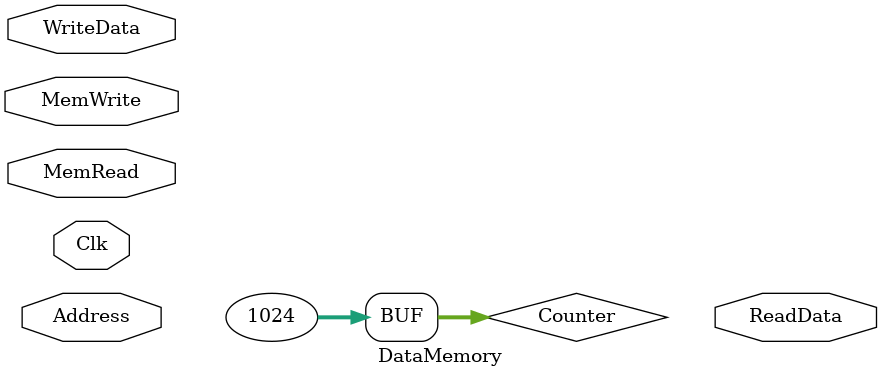
<source format=v>
`timescale 1ns / 1ps


module DataMemory(Address, WriteData, Clk, MemWrite, MemRead, ReadData); 

    input [31:0] Address; 	// Input Address 
    input [31:0] WriteData; // Data that needs to be written into the address 
    input Clk;
    input MemWrite; 		// Control signal for memory write 
    input MemRead; 			// Control signal for memory read 

    output reg[31:0] ReadData; // Contents of memory location at Address
    
    reg [31:0] Memory[1023:0];
    
    integer Counter;
    
    //loop to initialize the values in the data memory
    initial begin
        for(Counter = 0; Counter < 1024; Counter = Counter + 1) begin
            
        end
    end

endmodule

</source>
